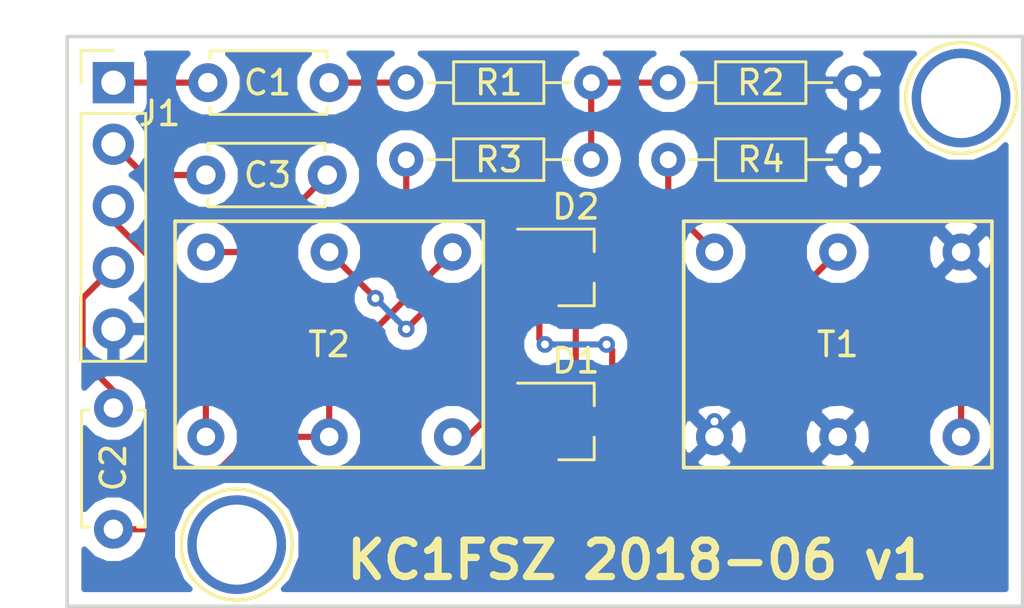
<source format=kicad_pcb>
(kicad_pcb (version 4) (host pcbnew 4.0.7)

  (general
    (links 23)
    (no_connects 0)
    (area 116.483381 85.946 158.825001 112.508)
    (thickness 1.6)
    (drawings 5)
    (tracks 55)
    (zones 0)
    (modules 14)
    (nets 15)
  )

  (page A4)
  (layers
    (0 F.Cu signal)
    (31 B.Cu signal)
    (32 B.Adhes user)
    (33 F.Adhes user)
    (34 B.Paste user)
    (35 F.Paste user)
    (36 B.SilkS user)
    (37 F.SilkS user)
    (38 B.Mask user)
    (39 F.Mask user)
    (40 Dwgs.User user)
    (41 Cmts.User user)
    (42 Eco1.User user)
    (43 Eco2.User user)
    (44 Edge.Cuts user)
    (45 Margin user)
    (46 B.CrtYd user)
    (47 F.CrtYd user)
    (48 B.Fab user)
    (49 F.Fab user)
  )

  (setup
    (last_trace_width 0.254)
    (trace_clearance 0.254)
    (zone_clearance 0.508)
    (zone_45_only no)
    (trace_min 0.254)
    (segment_width 0.2)
    (edge_width 0.15)
    (via_size 0.6858)
    (via_drill 0.3302)
    (via_min_size 0.6858)
    (via_min_drill 0.3302)
    (uvia_size 0.3)
    (uvia_drill 0.1)
    (uvias_allowed no)
    (uvia_min_size 0.2)
    (uvia_min_drill 0.1)
    (pcb_text_width 0.3)
    (pcb_text_size 1.5 1.5)
    (mod_edge_width 0.15)
    (mod_text_size 1 1)
    (mod_text_width 0.15)
    (pad_size 4.064 4.064)
    (pad_drill 3.302)
    (pad_to_mask_clearance 0.2)
    (aux_axis_origin 0 0)
    (visible_elements FFFFFF7F)
    (pcbplotparams
      (layerselection 0x00030_80000001)
      (usegerberextensions false)
      (excludeedgelayer true)
      (linewidth 0.100000)
      (plotframeref false)
      (viasonmask false)
      (mode 1)
      (useauxorigin false)
      (hpglpennumber 1)
      (hpglpenspeed 20)
      (hpglpendiameter 15)
      (hpglpenoverlay 2)
      (psnegative false)
      (psa4output false)
      (plotreference true)
      (plotvalue true)
      (plotinvisibletext false)
      (padsonsilk false)
      (subtractmaskfromsilk false)
      (outputformat 1)
      (mirror false)
      (drillshape 1)
      (scaleselection 1)
      (outputdirectory ""))
  )

  (net 0 "")
  (net 1 "Net-(C1-Pad1)")
  (net 2 CLK_IN)
  (net 3 "Net-(C2-Pad1)")
  (net 4 RF1)
  (net 5 RF0)
  (net 6 "Net-(C3-Pad2)")
  (net 7 "Net-(D1-Pad1)")
  (net 8 "Net-(D1-Pad2)")
  (net 9 "Net-(D1-Pad3)")
  (net 10 "Net-(D2-Pad1)")
  (net 11 RF0_REF)
  (net 12 "Net-(R1-Pad1)")
  (net 13 GND)
  (net 14 "Net-(R3-Pad1)")

  (net_class Default "This is the default net class."
    (clearance 0.254)
    (trace_width 0.254)
    (via_dia 0.6858)
    (via_drill 0.3302)
    (uvia_dia 0.3)
    (uvia_drill 0.1)
    (add_net CLK_IN)
    (add_net GND)
    (add_net "Net-(C1-Pad1)")
    (add_net "Net-(C2-Pad1)")
    (add_net "Net-(C3-Pad2)")
    (add_net "Net-(D1-Pad1)")
    (add_net "Net-(D1-Pad2)")
    (add_net "Net-(D1-Pad3)")
    (add_net "Net-(D2-Pad1)")
    (add_net "Net-(R1-Pad1)")
    (add_net "Net-(R3-Pad1)")
    (add_net RF0)
    (add_net RF0_REF)
    (add_net RF1)
  )

  (module kc1fsz-footprint-library:C_Disc_D4.7mm_W2.5mm_P5.00mm (layer F.Cu) (tedit 5B19BFA5) (tstamp 5B19B895)
    (at 130.175 89.535 180)
    (descr "C, Disc series, Radial, pin pitch=5.00mm, , diameter*width=4.7*2.5mm^2, Capacitor, http://www.vishay.com/docs/45233/krseries.pdf")
    (tags "C Disc series Radial pin pitch 5.00mm  diameter 4.7mm width 2.5mm Capacitor")
    (path /5B19B6E8)
    (fp_text reference C1 (at 2.54 0 180) (layer F.SilkS)
      (effects (font (size 1 1) (thickness 0.15)))
    )
    (fp_text value C (at 2.5 2.56 180) (layer F.Fab)
      (effects (font (size 1 1) (thickness 0.15)))
    )
    (fp_line (start 0.15 -1.25) (end 0.15 1.25) (layer F.Fab) (width 0.1))
    (fp_line (start 0.15 1.25) (end 4.85 1.25) (layer F.Fab) (width 0.1))
    (fp_line (start 4.85 1.25) (end 4.85 -1.25) (layer F.Fab) (width 0.1))
    (fp_line (start 4.85 -1.25) (end 0.15 -1.25) (layer F.Fab) (width 0.1))
    (fp_line (start 0.09 -1.31) (end 4.91 -1.31) (layer F.SilkS) (width 0.12))
    (fp_line (start 0.09 1.31) (end 4.91 1.31) (layer F.SilkS) (width 0.12))
    (fp_line (start 0.09 -1.31) (end 0.09 -0.996) (layer F.SilkS) (width 0.12))
    (fp_line (start 0.09 0.996) (end 0.09 1.31) (layer F.SilkS) (width 0.12))
    (fp_line (start 4.91 -1.31) (end 4.91 -0.996) (layer F.SilkS) (width 0.12))
    (fp_line (start 4.91 0.996) (end 4.91 1.31) (layer F.SilkS) (width 0.12))
    (fp_line (start -1.05 -1.6) (end -1.05 1.6) (layer F.CrtYd) (width 0.05))
    (fp_line (start -1.05 1.6) (end 6.05 1.6) (layer F.CrtYd) (width 0.05))
    (fp_line (start 6.05 1.6) (end 6.05 -1.6) (layer F.CrtYd) (width 0.05))
    (fp_line (start 6.05 -1.6) (end -1.05 -1.6) (layer F.CrtYd) (width 0.05))
    (fp_text user %R (at 2.5 0 180) (layer F.Fab)
      (effects (font (size 1 1) (thickness 0.15)))
    )
    (pad 1 thru_hole circle (at 0 0 180) (size 1.6 1.6) (drill 0.8) (layers *.Cu *.Mask)
      (net 1 "Net-(C1-Pad1)"))
    (pad 2 thru_hole circle (at 5 0 180) (size 1.6 1.6) (drill 0.8) (layers *.Cu *.Mask)
      (net 2 CLK_IN))
    (model ${KISYS3DMOD}/Capacitors_THT.3dshapes/C_Disc_D4.7mm_W2.5mm_P5.00mm.wrl
      (at (xyz 0 0 0))
      (scale (xyz 1 1 1))
      (rotate (xyz 0 0 0))
    )
  )

  (module kc1fsz-footprint-library:C_Disc_D4.7mm_W2.5mm_P5.00mm (layer F.Cu) (tedit 5B19BFBA) (tstamp 5B19B89B)
    (at 121.285 107.95 90)
    (descr "C, Disc series, Radial, pin pitch=5.00mm, , diameter*width=4.7*2.5mm^2, Capacitor, http://www.vishay.com/docs/45233/krseries.pdf")
    (tags "C Disc series Radial pin pitch 5.00mm  diameter 4.7mm width 2.5mm Capacitor")
    (path /5B19B7A5)
    (fp_text reference C2 (at 2.54 0 90) (layer F.SilkS)
      (effects (font (size 1 1) (thickness 0.15)))
    )
    (fp_text value C (at 2.5 2.56 90) (layer F.Fab)
      (effects (font (size 1 1) (thickness 0.15)))
    )
    (fp_line (start 0.15 -1.25) (end 0.15 1.25) (layer F.Fab) (width 0.1))
    (fp_line (start 0.15 1.25) (end 4.85 1.25) (layer F.Fab) (width 0.1))
    (fp_line (start 4.85 1.25) (end 4.85 -1.25) (layer F.Fab) (width 0.1))
    (fp_line (start 4.85 -1.25) (end 0.15 -1.25) (layer F.Fab) (width 0.1))
    (fp_line (start 0.09 -1.31) (end 4.91 -1.31) (layer F.SilkS) (width 0.12))
    (fp_line (start 0.09 1.31) (end 4.91 1.31) (layer F.SilkS) (width 0.12))
    (fp_line (start 0.09 -1.31) (end 0.09 -0.996) (layer F.SilkS) (width 0.12))
    (fp_line (start 0.09 0.996) (end 0.09 1.31) (layer F.SilkS) (width 0.12))
    (fp_line (start 4.91 -1.31) (end 4.91 -0.996) (layer F.SilkS) (width 0.12))
    (fp_line (start 4.91 0.996) (end 4.91 1.31) (layer F.SilkS) (width 0.12))
    (fp_line (start -1.05 -1.6) (end -1.05 1.6) (layer F.CrtYd) (width 0.05))
    (fp_line (start -1.05 1.6) (end 6.05 1.6) (layer F.CrtYd) (width 0.05))
    (fp_line (start 6.05 1.6) (end 6.05 -1.6) (layer F.CrtYd) (width 0.05))
    (fp_line (start 6.05 -1.6) (end -1.05 -1.6) (layer F.CrtYd) (width 0.05))
    (fp_text user %R (at 2.5 0 90) (layer F.Fab)
      (effects (font (size 1 1) (thickness 0.15)))
    )
    (pad 1 thru_hole circle (at 0 0 90) (size 1.6 1.6) (drill 0.8) (layers *.Cu *.Mask)
      (net 3 "Net-(C2-Pad1)"))
    (pad 2 thru_hole circle (at 5 0 90) (size 1.6 1.6) (drill 0.8) (layers *.Cu *.Mask)
      (net 4 RF1))
    (model ${KISYS3DMOD}/Capacitors_THT.3dshapes/C_Disc_D4.7mm_W2.5mm_P5.00mm.wrl
      (at (xyz 0 0 0))
      (scale (xyz 1 1 1))
      (rotate (xyz 0 0 0))
    )
  )

  (module kc1fsz-footprint-library:C_Disc_D4.7mm_W2.5mm_P5.00mm (layer F.Cu) (tedit 5B19BFAA) (tstamp 5B19B8A1)
    (at 125.095 93.345)
    (descr "C, Disc series, Radial, pin pitch=5.00mm, , diameter*width=4.7*2.5mm^2, Capacitor, http://www.vishay.com/docs/45233/krseries.pdf")
    (tags "C Disc series Radial pin pitch 5.00mm  diameter 4.7mm width 2.5mm Capacitor")
    (path /5B19B86A)
    (fp_text reference C3 (at 2.54 0) (layer F.SilkS)
      (effects (font (size 1 1) (thickness 0.15)))
    )
    (fp_text value C (at 2.5 2.56) (layer F.Fab)
      (effects (font (size 1 1) (thickness 0.15)))
    )
    (fp_line (start 0.15 -1.25) (end 0.15 1.25) (layer F.Fab) (width 0.1))
    (fp_line (start 0.15 1.25) (end 4.85 1.25) (layer F.Fab) (width 0.1))
    (fp_line (start 4.85 1.25) (end 4.85 -1.25) (layer F.Fab) (width 0.1))
    (fp_line (start 4.85 -1.25) (end 0.15 -1.25) (layer F.Fab) (width 0.1))
    (fp_line (start 0.09 -1.31) (end 4.91 -1.31) (layer F.SilkS) (width 0.12))
    (fp_line (start 0.09 1.31) (end 4.91 1.31) (layer F.SilkS) (width 0.12))
    (fp_line (start 0.09 -1.31) (end 0.09 -0.996) (layer F.SilkS) (width 0.12))
    (fp_line (start 0.09 0.996) (end 0.09 1.31) (layer F.SilkS) (width 0.12))
    (fp_line (start 4.91 -1.31) (end 4.91 -0.996) (layer F.SilkS) (width 0.12))
    (fp_line (start 4.91 0.996) (end 4.91 1.31) (layer F.SilkS) (width 0.12))
    (fp_line (start -1.05 -1.6) (end -1.05 1.6) (layer F.CrtYd) (width 0.05))
    (fp_line (start -1.05 1.6) (end 6.05 1.6) (layer F.CrtYd) (width 0.05))
    (fp_line (start 6.05 1.6) (end 6.05 -1.6) (layer F.CrtYd) (width 0.05))
    (fp_line (start 6.05 -1.6) (end -1.05 -1.6) (layer F.CrtYd) (width 0.05))
    (fp_text user %R (at 2.5 0) (layer F.Fab)
      (effects (font (size 1 1) (thickness 0.15)))
    )
    (pad 1 thru_hole circle (at 0 0) (size 1.6 1.6) (drill 0.8) (layers *.Cu *.Mask)
      (net 5 RF0))
    (pad 2 thru_hole circle (at 5 0) (size 1.6 1.6) (drill 0.8) (layers *.Cu *.Mask)
      (net 6 "Net-(C3-Pad2)"))
    (model ${KISYS3DMOD}/Capacitors_THT.3dshapes/C_Disc_D4.7mm_W2.5mm_P5.00mm.wrl
      (at (xyz 0 0 0))
      (scale (xyz 1 1 1))
      (rotate (xyz 0 0 0))
    )
  )

  (module kc1fsz-footprint-library:SOT-23_Handsoldering (layer F.Cu) (tedit 583F3954) (tstamp 5B19B8A8)
    (at 140.335 103.505)
    (descr "SOT-23, Handsoldering")
    (tags SOT-23)
    (path /5B19CB6D)
    (attr smd)
    (fp_text reference D1 (at 0 -2.5) (layer F.SilkS)
      (effects (font (size 1 1) (thickness 0.15)))
    )
    (fp_text value D_Schottky_x2_Serial_CAK (at 0 2.5) (layer F.Fab)
      (effects (font (size 1 1) (thickness 0.15)))
    )
    (fp_line (start 0.76 1.58) (end 0.76 0.65) (layer F.SilkS) (width 0.12))
    (fp_line (start 0.76 -1.58) (end 0.76 -0.65) (layer F.SilkS) (width 0.12))
    (fp_line (start 0.7 -1.52) (end 0.7 1.52) (layer F.Fab) (width 0.15))
    (fp_line (start -0.7 1.52) (end 0.7 1.52) (layer F.Fab) (width 0.15))
    (fp_line (start -2.7 -1.75) (end 2.7 -1.75) (layer F.CrtYd) (width 0.05))
    (fp_line (start 2.7 -1.75) (end 2.7 1.75) (layer F.CrtYd) (width 0.05))
    (fp_line (start 2.7 1.75) (end -2.7 1.75) (layer F.CrtYd) (width 0.05))
    (fp_line (start -2.7 1.75) (end -2.7 -1.75) (layer F.CrtYd) (width 0.05))
    (fp_line (start 0.76 -1.58) (end -2.4 -1.58) (layer F.SilkS) (width 0.12))
    (fp_line (start -0.7 -1.52) (end 0.7 -1.52) (layer F.Fab) (width 0.15))
    (fp_line (start -0.7 -1.52) (end -0.7 1.52) (layer F.Fab) (width 0.15))
    (fp_line (start 0.76 1.58) (end -0.7 1.58) (layer F.SilkS) (width 0.12))
    (pad 1 smd rect (at -1.5 -0.95) (size 1.9 0.8) (layers F.Cu F.Paste F.Mask)
      (net 7 "Net-(D1-Pad1)"))
    (pad 2 smd rect (at -1.5 0.95) (size 1.9 0.8) (layers F.Cu F.Paste F.Mask)
      (net 8 "Net-(D1-Pad2)"))
    (pad 3 smd rect (at 1.5 0) (size 1.9 0.8) (layers F.Cu F.Paste F.Mask)
      (net 9 "Net-(D1-Pad3)"))
    (model TO_SOT_Packages_SMD.3dshapes/SOT-23.wrl
      (at (xyz 0 0 0))
      (scale (xyz 1 1 1))
      (rotate (xyz 0 0 90))
    )
  )

  (module kc1fsz-footprint-library:SOT-23_Handsoldering (layer F.Cu) (tedit 583F3954) (tstamp 5B19B8AF)
    (at 140.335 97.155)
    (descr "SOT-23, Handsoldering")
    (tags SOT-23)
    (path /5B19CBEE)
    (attr smd)
    (fp_text reference D2 (at 0 -2.5) (layer F.SilkS)
      (effects (font (size 1 1) (thickness 0.15)))
    )
    (fp_text value D_Schottky_x2_Serial_CAK (at 0 2.5) (layer F.Fab)
      (effects (font (size 1 1) (thickness 0.15)))
    )
    (fp_line (start 0.76 1.58) (end 0.76 0.65) (layer F.SilkS) (width 0.12))
    (fp_line (start 0.76 -1.58) (end 0.76 -0.65) (layer F.SilkS) (width 0.12))
    (fp_line (start 0.7 -1.52) (end 0.7 1.52) (layer F.Fab) (width 0.15))
    (fp_line (start -0.7 1.52) (end 0.7 1.52) (layer F.Fab) (width 0.15))
    (fp_line (start -2.7 -1.75) (end 2.7 -1.75) (layer F.CrtYd) (width 0.05))
    (fp_line (start 2.7 -1.75) (end 2.7 1.75) (layer F.CrtYd) (width 0.05))
    (fp_line (start 2.7 1.75) (end -2.7 1.75) (layer F.CrtYd) (width 0.05))
    (fp_line (start -2.7 1.75) (end -2.7 -1.75) (layer F.CrtYd) (width 0.05))
    (fp_line (start 0.76 -1.58) (end -2.4 -1.58) (layer F.SilkS) (width 0.12))
    (fp_line (start -0.7 -1.52) (end 0.7 -1.52) (layer F.Fab) (width 0.15))
    (fp_line (start -0.7 -1.52) (end -0.7 1.52) (layer F.Fab) (width 0.15))
    (fp_line (start 0.76 1.58) (end -0.7 1.58) (layer F.SilkS) (width 0.12))
    (pad 1 smd rect (at -1.5 -0.95) (size 1.9 0.8) (layers F.Cu F.Paste F.Mask)
      (net 10 "Net-(D2-Pad1)"))
    (pad 2 smd rect (at -1.5 0.95) (size 1.9 0.8) (layers F.Cu F.Paste F.Mask)
      (net 9 "Net-(D1-Pad3)"))
    (pad 3 smd rect (at 1.5 0) (size 1.9 0.8) (layers F.Cu F.Paste F.Mask)
      (net 8 "Net-(D1-Pad2)"))
    (model TO_SOT_Packages_SMD.3dshapes/SOT-23.wrl
      (at (xyz 0 0 0))
      (scale (xyz 1 1 1))
      (rotate (xyz 0 0 90))
    )
  )

  (module kc1fsz-footprint-library:R_Axial_DIN0204_L3.6mm_D1.6mm_P7.62mm_Horizontal (layer F.Cu) (tedit 5B19BF9D) (tstamp 5B19B8BD)
    (at 140.97 89.535 180)
    (descr "Resistor, Axial_DIN0204 series, Axial, Horizontal, pin pitch=7.62mm, 0.16666666666666666W = 1/6W, length*diameter=3.6*1.6mm^2, http://cdn-reichelt.de/documents/datenblatt/B400/1_4W%23YAG.pdf")
    (tags "Resistor Axial_DIN0204 series Axial Horizontal pin pitch 7.62mm 0.16666666666666666W = 1/6W length 3.6mm diameter 1.6mm")
    (path /5B19AC72)
    (fp_text reference R1 (at 3.81 0 180) (layer F.SilkS)
      (effects (font (size 1 1) (thickness 0.15)))
    )
    (fp_text value R (at 3.81 1.86 180) (layer F.Fab)
      (effects (font (size 1 1) (thickness 0.15)))
    )
    (fp_line (start 2.01 -0.8) (end 2.01 0.8) (layer F.Fab) (width 0.1))
    (fp_line (start 2.01 0.8) (end 5.61 0.8) (layer F.Fab) (width 0.1))
    (fp_line (start 5.61 0.8) (end 5.61 -0.8) (layer F.Fab) (width 0.1))
    (fp_line (start 5.61 -0.8) (end 2.01 -0.8) (layer F.Fab) (width 0.1))
    (fp_line (start 0 0) (end 2.01 0) (layer F.Fab) (width 0.1))
    (fp_line (start 7.62 0) (end 5.61 0) (layer F.Fab) (width 0.1))
    (fp_line (start 1.95 -0.86) (end 1.95 0.86) (layer F.SilkS) (width 0.12))
    (fp_line (start 1.95 0.86) (end 5.67 0.86) (layer F.SilkS) (width 0.12))
    (fp_line (start 5.67 0.86) (end 5.67 -0.86) (layer F.SilkS) (width 0.12))
    (fp_line (start 5.67 -0.86) (end 1.95 -0.86) (layer F.SilkS) (width 0.12))
    (fp_line (start 0.88 0) (end 1.95 0) (layer F.SilkS) (width 0.12))
    (fp_line (start 6.74 0) (end 5.67 0) (layer F.SilkS) (width 0.12))
    (fp_line (start -0.95 -1.15) (end -0.95 1.15) (layer F.CrtYd) (width 0.05))
    (fp_line (start -0.95 1.15) (end 8.6 1.15) (layer F.CrtYd) (width 0.05))
    (fp_line (start 8.6 1.15) (end 8.6 -1.15) (layer F.CrtYd) (width 0.05))
    (fp_line (start 8.6 -1.15) (end -0.95 -1.15) (layer F.CrtYd) (width 0.05))
    (pad 1 thru_hole circle (at 0 0 180) (size 1.4 1.4) (drill 0.7) (layers *.Cu *.Mask)
      (net 12 "Net-(R1-Pad1)"))
    (pad 2 thru_hole oval (at 7.62 0 180) (size 1.4 1.4) (drill 0.7) (layers *.Cu *.Mask)
      (net 1 "Net-(C1-Pad1)"))
    (model ${KISYS3DMOD}/Resistors_THT.3dshapes/R_Axial_DIN0204_L3.6mm_D1.6mm_P7.62mm_Horizontal.wrl
      (at (xyz 0 0 0))
      (scale (xyz 0.393701 0.393701 0.393701))
      (rotate (xyz 0 0 0))
    )
  )

  (module kc1fsz-footprint-library:R_Axial_DIN0204_L3.6mm_D1.6mm_P7.62mm_Horizontal (layer F.Cu) (tedit 5B19BF92) (tstamp 5B19B8C3)
    (at 144.145 89.535)
    (descr "Resistor, Axial_DIN0204 series, Axial, Horizontal, pin pitch=7.62mm, 0.16666666666666666W = 1/6W, length*diameter=3.6*1.6mm^2, http://cdn-reichelt.de/documents/datenblatt/B400/1_4W%23YAG.pdf")
    (tags "Resistor Axial_DIN0204 series Axial Horizontal pin pitch 7.62mm 0.16666666666666666W = 1/6W length 3.6mm diameter 1.6mm")
    (path /5B19ACD3)
    (fp_text reference R2 (at 3.81 0) (layer F.SilkS)
      (effects (font (size 1 1) (thickness 0.15)))
    )
    (fp_text value R (at 3.81 1.86) (layer F.Fab)
      (effects (font (size 1 1) (thickness 0.15)))
    )
    (fp_line (start 2.01 -0.8) (end 2.01 0.8) (layer F.Fab) (width 0.1))
    (fp_line (start 2.01 0.8) (end 5.61 0.8) (layer F.Fab) (width 0.1))
    (fp_line (start 5.61 0.8) (end 5.61 -0.8) (layer F.Fab) (width 0.1))
    (fp_line (start 5.61 -0.8) (end 2.01 -0.8) (layer F.Fab) (width 0.1))
    (fp_line (start 0 0) (end 2.01 0) (layer F.Fab) (width 0.1))
    (fp_line (start 7.62 0) (end 5.61 0) (layer F.Fab) (width 0.1))
    (fp_line (start 1.95 -0.86) (end 1.95 0.86) (layer F.SilkS) (width 0.12))
    (fp_line (start 1.95 0.86) (end 5.67 0.86) (layer F.SilkS) (width 0.12))
    (fp_line (start 5.67 0.86) (end 5.67 -0.86) (layer F.SilkS) (width 0.12))
    (fp_line (start 5.67 -0.86) (end 1.95 -0.86) (layer F.SilkS) (width 0.12))
    (fp_line (start 0.88 0) (end 1.95 0) (layer F.SilkS) (width 0.12))
    (fp_line (start 6.74 0) (end 5.67 0) (layer F.SilkS) (width 0.12))
    (fp_line (start -0.95 -1.15) (end -0.95 1.15) (layer F.CrtYd) (width 0.05))
    (fp_line (start -0.95 1.15) (end 8.6 1.15) (layer F.CrtYd) (width 0.05))
    (fp_line (start 8.6 1.15) (end 8.6 -1.15) (layer F.CrtYd) (width 0.05))
    (fp_line (start 8.6 -1.15) (end -0.95 -1.15) (layer F.CrtYd) (width 0.05))
    (pad 1 thru_hole circle (at 0 0) (size 1.4 1.4) (drill 0.7) (layers *.Cu *.Mask)
      (net 12 "Net-(R1-Pad1)"))
    (pad 2 thru_hole oval (at 7.62 0) (size 1.4 1.4) (drill 0.7) (layers *.Cu *.Mask)
      (net 13 GND))
    (model ${KISYS3DMOD}/Resistors_THT.3dshapes/R_Axial_DIN0204_L3.6mm_D1.6mm_P7.62mm_Horizontal.wrl
      (at (xyz 0 0 0))
      (scale (xyz 0.393701 0.393701 0.393701))
      (rotate (xyz 0 0 0))
    )
  )

  (module kc1fsz-footprint-library:R_Axial_DIN0204_L3.6mm_D1.6mm_P7.62mm_Horizontal (layer F.Cu) (tedit 5B19BF9F) (tstamp 5B19B8C9)
    (at 133.35 92.71)
    (descr "Resistor, Axial_DIN0204 series, Axial, Horizontal, pin pitch=7.62mm, 0.16666666666666666W = 1/6W, length*diameter=3.6*1.6mm^2, http://cdn-reichelt.de/documents/datenblatt/B400/1_4W%23YAG.pdf")
    (tags "Resistor Axial_DIN0204 series Axial Horizontal pin pitch 7.62mm 0.16666666666666666W = 1/6W length 3.6mm diameter 1.6mm")
    (path /5B19AD9B)
    (fp_text reference R3 (at 3.81 0) (layer F.SilkS)
      (effects (font (size 1 1) (thickness 0.15)))
    )
    (fp_text value R (at 3.81 1.86) (layer F.Fab)
      (effects (font (size 1 1) (thickness 0.15)))
    )
    (fp_line (start 2.01 -0.8) (end 2.01 0.8) (layer F.Fab) (width 0.1))
    (fp_line (start 2.01 0.8) (end 5.61 0.8) (layer F.Fab) (width 0.1))
    (fp_line (start 5.61 0.8) (end 5.61 -0.8) (layer F.Fab) (width 0.1))
    (fp_line (start 5.61 -0.8) (end 2.01 -0.8) (layer F.Fab) (width 0.1))
    (fp_line (start 0 0) (end 2.01 0) (layer F.Fab) (width 0.1))
    (fp_line (start 7.62 0) (end 5.61 0) (layer F.Fab) (width 0.1))
    (fp_line (start 1.95 -0.86) (end 1.95 0.86) (layer F.SilkS) (width 0.12))
    (fp_line (start 1.95 0.86) (end 5.67 0.86) (layer F.SilkS) (width 0.12))
    (fp_line (start 5.67 0.86) (end 5.67 -0.86) (layer F.SilkS) (width 0.12))
    (fp_line (start 5.67 -0.86) (end 1.95 -0.86) (layer F.SilkS) (width 0.12))
    (fp_line (start 0.88 0) (end 1.95 0) (layer F.SilkS) (width 0.12))
    (fp_line (start 6.74 0) (end 5.67 0) (layer F.SilkS) (width 0.12))
    (fp_line (start -0.95 -1.15) (end -0.95 1.15) (layer F.CrtYd) (width 0.05))
    (fp_line (start -0.95 1.15) (end 8.6 1.15) (layer F.CrtYd) (width 0.05))
    (fp_line (start 8.6 1.15) (end 8.6 -1.15) (layer F.CrtYd) (width 0.05))
    (fp_line (start 8.6 -1.15) (end -0.95 -1.15) (layer F.CrtYd) (width 0.05))
    (pad 1 thru_hole circle (at 0 0) (size 1.4 1.4) (drill 0.7) (layers *.Cu *.Mask)
      (net 14 "Net-(R3-Pad1)"))
    (pad 2 thru_hole oval (at 7.62 0) (size 1.4 1.4) (drill 0.7) (layers *.Cu *.Mask)
      (net 12 "Net-(R1-Pad1)"))
    (model ${KISYS3DMOD}/Resistors_THT.3dshapes/R_Axial_DIN0204_L3.6mm_D1.6mm_P7.62mm_Horizontal.wrl
      (at (xyz 0 0 0))
      (scale (xyz 0.393701 0.393701 0.393701))
      (rotate (xyz 0 0 0))
    )
  )

  (module kc1fsz-footprint-library:R_Axial_DIN0204_L3.6mm_D1.6mm_P7.62mm_Horizontal (layer F.Cu) (tedit 5B19BF94) (tstamp 5B19B8CF)
    (at 144.145 92.71)
    (descr "Resistor, Axial_DIN0204 series, Axial, Horizontal, pin pitch=7.62mm, 0.16666666666666666W = 1/6W, length*diameter=3.6*1.6mm^2, http://cdn-reichelt.de/documents/datenblatt/B400/1_4W%23YAG.pdf")
    (tags "Resistor Axial_DIN0204 series Axial Horizontal pin pitch 7.62mm 0.16666666666666666W = 1/6W length 3.6mm diameter 1.6mm")
    (path /5B19AD4E)
    (fp_text reference R4 (at 3.81 0) (layer F.SilkS)
      (effects (font (size 1 1) (thickness 0.15)))
    )
    (fp_text value R (at 3.81 1.86) (layer F.Fab)
      (effects (font (size 1 1) (thickness 0.15)))
    )
    (fp_line (start 2.01 -0.8) (end 2.01 0.8) (layer F.Fab) (width 0.1))
    (fp_line (start 2.01 0.8) (end 5.61 0.8) (layer F.Fab) (width 0.1))
    (fp_line (start 5.61 0.8) (end 5.61 -0.8) (layer F.Fab) (width 0.1))
    (fp_line (start 5.61 -0.8) (end 2.01 -0.8) (layer F.Fab) (width 0.1))
    (fp_line (start 0 0) (end 2.01 0) (layer F.Fab) (width 0.1))
    (fp_line (start 7.62 0) (end 5.61 0) (layer F.Fab) (width 0.1))
    (fp_line (start 1.95 -0.86) (end 1.95 0.86) (layer F.SilkS) (width 0.12))
    (fp_line (start 1.95 0.86) (end 5.67 0.86) (layer F.SilkS) (width 0.12))
    (fp_line (start 5.67 0.86) (end 5.67 -0.86) (layer F.SilkS) (width 0.12))
    (fp_line (start 5.67 -0.86) (end 1.95 -0.86) (layer F.SilkS) (width 0.12))
    (fp_line (start 0.88 0) (end 1.95 0) (layer F.SilkS) (width 0.12))
    (fp_line (start 6.74 0) (end 5.67 0) (layer F.SilkS) (width 0.12))
    (fp_line (start -0.95 -1.15) (end -0.95 1.15) (layer F.CrtYd) (width 0.05))
    (fp_line (start -0.95 1.15) (end 8.6 1.15) (layer F.CrtYd) (width 0.05))
    (fp_line (start 8.6 1.15) (end 8.6 -1.15) (layer F.CrtYd) (width 0.05))
    (fp_line (start 8.6 -1.15) (end -0.95 -1.15) (layer F.CrtYd) (width 0.05))
    (pad 1 thru_hole circle (at 0 0) (size 1.4 1.4) (drill 0.7) (layers *.Cu *.Mask)
      (net 14 "Net-(R3-Pad1)"))
    (pad 2 thru_hole oval (at 7.62 0) (size 1.4 1.4) (drill 0.7) (layers *.Cu *.Mask)
      (net 13 GND))
    (model ${KISYS3DMOD}/Resistors_THT.3dshapes/R_Axial_DIN0204_L3.6mm_D1.6mm_P7.62mm_Horizontal.wrl
      (at (xyz 0 0 0))
      (scale (xyz 0.393701 0.393701 0.393701))
      (rotate (xyz 0 0 0))
    )
  )

  (module kc1fsz-footprint-library:TrifilarTransformer_T37_Vertical (layer F.Cu) (tedit 5B08857B) (tstamp 5B19B8D9)
    (at 151.13 96.52)
    (path /5B19AA27)
    (fp_text reference T1 (at 0 3.81) (layer F.SilkS)
      (effects (font (size 1 1) (thickness 0.15)))
    )
    (fp_text value Transformer_1P_2S (at 0 10.16) (layer F.Fab)
      (effects (font (size 1 1) (thickness 0.15)))
    )
    (fp_line (start -6.35 -1.27) (end -6.35 8.89) (layer F.SilkS) (width 0.15))
    (fp_line (start -6.35 8.89) (end 6.35 8.89) (layer F.SilkS) (width 0.15))
    (fp_line (start 6.35 8.89) (end 6.35 -1.27) (layer F.SilkS) (width 0.15))
    (fp_line (start 6.35 -1.27) (end -6.35 -1.27) (layer F.SilkS) (width 0.15))
    (pad 1 thru_hole circle (at -5.08 0) (size 1.524 1.524) (drill 0.762) (layers *.Cu *.Mask)
      (net 14 "Net-(R3-Pad1)"))
    (pad 3 thru_hole circle (at 0 0) (size 1.524 1.524) (drill 0.762) (layers *.Cu *.Mask)
      (net 8 "Net-(D1-Pad2)"))
    (pad 5 thru_hole circle (at 5.08 0) (size 1.524 1.524) (drill 0.762) (layers *.Cu *.Mask)
      (net 13 GND))
    (pad 2 thru_hole circle (at -5.08 7.62) (size 1.524 1.524) (drill 0.762) (layers *.Cu *.Mask)
      (net 13 GND))
    (pad 4 thru_hole circle (at 0 7.62) (size 1.524 1.524) (drill 0.762) (layers *.Cu *.Mask)
      (net 13 GND))
    (pad 6 thru_hole circle (at 5.08 7.62) (size 1.524 1.524) (drill 0.762) (layers *.Cu *.Mask)
      (net 9 "Net-(D1-Pad3)"))
  )

  (module kc1fsz-footprint-library:TrifilarTransformer_T37_Vertical (layer F.Cu) (tedit 5B08857B) (tstamp 5B19B8E3)
    (at 130.175 96.52)
    (path /5B19AA5B)
    (fp_text reference T2 (at 0 3.81) (layer F.SilkS)
      (effects (font (size 1 1) (thickness 0.15)))
    )
    (fp_text value Transformer_1P_2S (at 0 10.16) (layer F.Fab)
      (effects (font (size 1 1) (thickness 0.15)))
    )
    (fp_line (start -6.35 -1.27) (end -6.35 8.89) (layer F.SilkS) (width 0.15))
    (fp_line (start -6.35 8.89) (end 6.35 8.89) (layer F.SilkS) (width 0.15))
    (fp_line (start 6.35 8.89) (end 6.35 -1.27) (layer F.SilkS) (width 0.15))
    (fp_line (start 6.35 -1.27) (end -6.35 -1.27) (layer F.SilkS) (width 0.15))
    (pad 1 thru_hole circle (at -5.08 0) (size 1.524 1.524) (drill 0.762) (layers *.Cu *.Mask)
      (net 6 "Net-(C3-Pad2)"))
    (pad 3 thru_hole circle (at 0 0) (size 1.524 1.524) (drill 0.762) (layers *.Cu *.Mask)
      (net 10 "Net-(D2-Pad1)"))
    (pad 5 thru_hole circle (at 5.08 0) (size 1.524 1.524) (drill 0.762) (layers *.Cu *.Mask)
      (net 3 "Net-(C2-Pad1)"))
    (pad 2 thru_hole circle (at -5.08 7.62) (size 1.524 1.524) (drill 0.762) (layers *.Cu *.Mask)
      (net 11 RF0_REF))
    (pad 4 thru_hole circle (at 0 7.62) (size 1.524 1.524) (drill 0.762) (layers *.Cu *.Mask)
      (net 3 "Net-(C2-Pad1)"))
    (pad 6 thru_hole circle (at 5.08 7.62) (size 1.524 1.524) (drill 0.762) (layers *.Cu *.Mask)
      (net 7 "Net-(D1-Pad1)"))
  )

  (module Pin_Headers:Pin_Header_Straight_1x05_Pitch2.54mm (layer F.Cu) (tedit 5B19BFC7) (tstamp 5B19BDE0)
    (at 121.285 89.535)
    (descr "Through hole straight pin header, 1x05, 2.54mm pitch, single row")
    (tags "Through hole pin header THT 1x05 2.54mm single row")
    (path /5B19CF79)
    (fp_text reference J1 (at 1.905 1.27) (layer F.SilkS)
      (effects (font (size 1 1) (thickness 0.15)))
    )
    (fp_text value Conn_01x05 (at 0 12.49) (layer F.Fab)
      (effects (font (size 1 1) (thickness 0.15)))
    )
    (fp_line (start -0.635 -1.27) (end 1.27 -1.27) (layer F.Fab) (width 0.1))
    (fp_line (start 1.27 -1.27) (end 1.27 11.43) (layer F.Fab) (width 0.1))
    (fp_line (start 1.27 11.43) (end -1.27 11.43) (layer F.Fab) (width 0.1))
    (fp_line (start -1.27 11.43) (end -1.27 -0.635) (layer F.Fab) (width 0.1))
    (fp_line (start -1.27 -0.635) (end -0.635 -1.27) (layer F.Fab) (width 0.1))
    (fp_line (start -1.33 11.49) (end 1.33 11.49) (layer F.SilkS) (width 0.12))
    (fp_line (start -1.33 1.27) (end -1.33 11.49) (layer F.SilkS) (width 0.12))
    (fp_line (start 1.33 1.27) (end 1.33 11.49) (layer F.SilkS) (width 0.12))
    (fp_line (start -1.33 1.27) (end 1.33 1.27) (layer F.SilkS) (width 0.12))
    (fp_line (start -1.33 0) (end -1.33 -1.33) (layer F.SilkS) (width 0.12))
    (fp_line (start -1.33 -1.33) (end 0 -1.33) (layer F.SilkS) (width 0.12))
    (fp_line (start -1.8 -1.8) (end -1.8 11.95) (layer F.CrtYd) (width 0.05))
    (fp_line (start -1.8 11.95) (end 1.8 11.95) (layer F.CrtYd) (width 0.05))
    (fp_line (start 1.8 11.95) (end 1.8 -1.8) (layer F.CrtYd) (width 0.05))
    (fp_line (start 1.8 -1.8) (end -1.8 -1.8) (layer F.CrtYd) (width 0.05))
    (fp_text user %R (at 0 5.08 90) (layer F.Fab)
      (effects (font (size 1 1) (thickness 0.15)))
    )
    (pad 1 thru_hole rect (at 0 0) (size 1.7 1.7) (drill 1) (layers *.Cu *.Mask)
      (net 2 CLK_IN))
    (pad 2 thru_hole oval (at 0 2.54) (size 1.7 1.7) (drill 1) (layers *.Cu *.Mask)
      (net 5 RF0))
    (pad 3 thru_hole oval (at 0 5.08) (size 1.7 1.7) (drill 1) (layers *.Cu *.Mask)
      (net 11 RF0_REF))
    (pad 4 thru_hole oval (at 0 7.62) (size 1.7 1.7) (drill 1) (layers *.Cu *.Mask)
      (net 4 RF1))
    (pad 5 thru_hole oval (at 0 10.16) (size 1.7 1.7) (drill 1) (layers *.Cu *.Mask)
      (net 13 GND))
    (model ${KISYS3DMOD}/Pin_Headers.3dshapes/Pin_Header_Straight_1x05_Pitch2.54mm.wrl
      (at (xyz 0 0 0))
      (scale (xyz 1 1 1))
      (rotate (xyz 0 0 0))
    )
  )

  (module Connectors:1pin (layer F.Cu) (tedit 5B19C04F) (tstamp 5B19BDFD)
    (at 156.21 90.17)
    (descr "module 1 pin (ou trou mecanique de percage)")
    (tags DEV)
    (fp_text reference REF** (at 0 -3.048) (layer F.SilkS) hide
      (effects (font (size 1 1) (thickness 0.15)))
    )
    (fp_text value 1pin (at 0 2.794) (layer F.Fab) hide
      (effects (font (size 1 1) (thickness 0.15)))
    )
    (fp_circle (center 0 0) (end 0 -2.286) (layer F.SilkS) (width 0.15))
    (pad 1 thru_hole circle (at 0 0) (size 4.064 4.064) (drill 3.302) (layers *.Cu *.Mask))
  )

  (module Connectors:1pin (layer F.Cu) (tedit 5B19C049) (tstamp 5B19BE06)
    (at 126.365 108.585)
    (descr "module 1 pin (ou trou mecanique de percage)")
    (tags DEV)
    (fp_text reference REF** (at 0 -3.048) (layer F.SilkS) hide
      (effects (font (size 1 1) (thickness 0.15)))
    )
    (fp_text value 1pin (at 0 2.794) (layer F.Fab) hide
      (effects (font (size 1 1) (thickness 0.15)))
    )
    (fp_circle (center 0 0) (end 0 -2.286) (layer F.SilkS) (width 0.15))
    (pad 1 thru_hole circle (at 0 0) (size 4.064 4.064) (drill 3.302) (layers *.Cu *.Mask))
  )

  (gr_text "KC1FSZ 2018-06 v1" (at 142.875 109.22) (layer F.SilkS)
    (effects (font (size 1.5 1.5) (thickness 0.3)))
  )
  (gr_line (start 158.75 87.63) (end 119.38 87.63) (angle 90) (layer Edge.Cuts) (width 0.15))
  (gr_line (start 158.75 111.125) (end 158.75 87.63) (angle 90) (layer Edge.Cuts) (width 0.15))
  (gr_line (start 119.38 111.125) (end 158.75 111.125) (angle 90) (layer Edge.Cuts) (width 0.15))
  (gr_line (start 119.38 87.63) (end 119.38 111.125) (angle 90) (layer Edge.Cuts) (width 0.15))

  (segment (start 130.175 89.535) (end 133.35 89.535) (width 0.254) (layer F.Cu) (net 1) (status 30))
  (segment (start 121.285 89.535) (end 125.175 89.535) (width 0.254) (layer F.Cu) (net 2) (status 30))
  (segment (start 121.285 107.95) (end 123.19 107.95) (width 0.254) (layer F.Cu) (net 3))
  (segment (start 127 104.14) (end 130.175 104.14) (width 0.254) (layer F.Cu) (net 3) (tstamp 5B19BEDA))
  (segment (start 123.19 107.95) (end 127 104.14) (width 0.254) (layer F.Cu) (net 3) (tstamp 5B19BED7))
  (segment (start 130.175 104.14) (end 130.175 101.6) (width 0.254) (layer F.Cu) (net 3))
  (segment (start 130.175 101.6) (end 135.255 96.52) (width 0.254) (layer F.Cu) (net 3) (tstamp 5B19BED0))
  (segment (start 121.285 102.95) (end 121.285 102.235) (width 0.254) (layer F.Cu) (net 4))
  (segment (start 121.285 102.235) (end 120.015 100.965) (width 0.254) (layer F.Cu) (net 4) (tstamp 5B19BEDE))
  (segment (start 120.015 100.965) (end 120.015 98.425) (width 0.254) (layer F.Cu) (net 4) (tstamp 5B19BEE3))
  (segment (start 120.015 98.425) (end 121.285 97.155) (width 0.254) (layer F.Cu) (net 4) (tstamp 5B19BEE7))
  (segment (start 125.095 93.345) (end 122.555 93.345) (width 0.254) (layer F.Cu) (net 5) (status 10))
  (segment (start 122.555 93.345) (end 121.285 92.075) (width 0.254) (layer F.Cu) (net 5) (tstamp 5B19BB0C) (status 20))
  (segment (start 125.095 96.52) (end 126.92 96.52) (width 0.254) (layer F.Cu) (net 6))
  (segment (start 126.92 96.52) (end 130.095 93.345) (width 0.254) (layer F.Cu) (net 6) (tstamp 5B19BEF3))
  (segment (start 135.255 104.14) (end 135.89 104.14) (width 0.254) (layer F.Cu) (net 7))
  (segment (start 135.89 104.14) (end 137.475 102.555) (width 0.254) (layer F.Cu) (net 7) (tstamp 5B19BEAE))
  (segment (start 137.475 102.555) (end 138.835 102.555) (width 0.254) (layer F.Cu) (net 7) (tstamp 5B19BEB1))
  (segment (start 138.835 104.455) (end 139.385 104.455) (width 0.254) (layer F.Cu) (net 8))
  (segment (start 139.385 104.455) (end 140.335 103.505) (width 0.254) (layer F.Cu) (net 8) (tstamp 5B19BEB5))
  (segment (start 140.335 103.505) (end 140.335 98.655) (width 0.254) (layer F.Cu) (net 8) (tstamp 5B19BEB8))
  (segment (start 140.335 98.655) (end 141.835 97.155) (width 0.254) (layer F.Cu) (net 8) (tstamp 5B19BEBB))
  (segment (start 141.835 97.155) (end 143.51 97.155) (width 0.254) (layer F.Cu) (net 8) (tstamp 5B19BEBE))
  (segment (start 143.51 97.155) (end 145.415 99.06) (width 0.254) (layer F.Cu) (net 8) (tstamp 5B19BEC0))
  (segment (start 145.415 99.06) (end 148.59 99.06) (width 0.254) (layer F.Cu) (net 8) (tstamp 5B19BEC3))
  (segment (start 148.59 99.06) (end 151.13 96.52) (width 0.254) (layer F.Cu) (net 8) (tstamp 5B19BEC5))
  (segment (start 138.835 98.105) (end 138.835 100.1) (width 0.254) (layer F.Cu) (net 9))
  (segment (start 141.835 100.56) (end 141.835 103.505) (width 0.254) (layer F.Cu) (net 9) (tstamp 5B19BF18))
  (segment (start 141.605 100.33) (end 141.835 100.56) (width 0.254) (layer F.Cu) (net 9) (tstamp 5B19BF17))
  (via (at 141.605 100.33) (size 0.6858) (drill 0.3302) (layers F.Cu B.Cu) (net 9))
  (segment (start 139.065 100.33) (end 141.605 100.33) (width 0.254) (layer B.Cu) (net 9) (tstamp 5B19BF14))
  (via (at 139.065 100.33) (size 0.6858) (drill 0.3302) (layers F.Cu B.Cu) (net 9))
  (segment (start 138.835 100.1) (end 139.065 100.33) (width 0.254) (layer F.Cu) (net 9) (tstamp 5B19BF0D))
  (segment (start 156.21 104.14) (end 156.21 102.235) (width 0.254) (layer F.Cu) (net 9))
  (segment (start 143.74 101.6) (end 141.835 103.505) (width 0.254) (layer F.Cu) (net 9) (tstamp 5B19BF05))
  (segment (start 155.575 101.6) (end 143.74 101.6) (width 0.254) (layer F.Cu) (net 9) (tstamp 5B19BF03))
  (segment (start 156.21 102.235) (end 155.575 101.6) (width 0.254) (layer F.Cu) (net 9) (tstamp 5B19BF02))
  (segment (start 139.065 98.425) (end 139.065 97.88) (width 0.254) (layer F.Cu) (net 9) (tstamp 5B19BBAA) (status 30))
  (segment (start 130.175 96.52) (end 132.08 98.425) (width 0.254) (layer F.Cu) (net 10))
  (segment (start 135.98 99.06) (end 138.835 96.205) (width 0.254) (layer F.Cu) (net 10) (tstamp 5B19BF26))
  (segment (start 133.985 99.06) (end 135.98 99.06) (width 0.254) (layer F.Cu) (net 10) (tstamp 5B19BF25))
  (segment (start 133.35 99.695) (end 133.985 99.06) (width 0.254) (layer F.Cu) (net 10) (tstamp 5B19BF24))
  (via (at 133.35 99.695) (size 0.6858) (drill 0.3302) (layers F.Cu B.Cu) (net 10))
  (segment (start 132.08 98.425) (end 133.35 99.695) (width 0.254) (layer B.Cu) (net 10) (tstamp 5B19BF21))
  (via (at 132.08 98.425) (size 0.6858) (drill 0.3302) (layers F.Cu B.Cu) (net 10))
  (segment (start 125.095 104.14) (end 125.095 99.06) (width 0.254) (layer F.Cu) (net 11))
  (segment (start 125.095 99.06) (end 121.285 95.25) (width 0.254) (layer F.Cu) (net 11) (tstamp 5B19BEEC))
  (segment (start 121.285 95.25) (end 121.285 94.615) (width 0.254) (layer F.Cu) (net 11) (tstamp 5B19BEED))
  (segment (start 140.97 89.535) (end 144.145 89.535) (width 0.254) (layer F.Cu) (net 12) (status 30))
  (segment (start 140.97 92.71) (end 140.97 89.535) (width 0.254) (layer F.Cu) (net 12) (status 30))
  (via (at 146.05 103.505) (size 0.6858) (drill 0.3302) (layers F.Cu B.Cu) (net 13) (status 30))
  (segment (start 144.145 92.71) (end 144.145 94.615) (width 0.254) (layer F.Cu) (net 14))
  (segment (start 144.145 94.615) (end 146.05 96.52) (width 0.254) (layer F.Cu) (net 14) (tstamp 5B19BECB))
  (segment (start 133.35 92.71) (end 133.35 94.615) (width 0.254) (layer F.Cu) (net 14) (status 10))
  (segment (start 133.35 94.615) (end 144.145 94.615) (width 0.254) (layer F.Cu) (net 14) (tstamp 5B19BA8D))

  (zone (net 13) (net_name GND) (layer B.Cu) (tstamp 5B19BE5C) (hatch edge 0.508)
    (connect_pads (clearance 0.508))
    (min_thickness 0.254)
    (fill yes (arc_segments 16) (thermal_gap 0.508) (thermal_bridge_width 0.508))
    (polygon
      (pts
        (xy 158.75 111.125) (xy 119.38 111.125) (xy 119.38 87.63) (xy 158.75 87.63)
      )
    )
    (filled_polygon
      (pts
        (xy 123.959176 88.721077) (xy 123.74025 89.248309) (xy 123.739752 89.819187) (xy 123.957757 90.3468) (xy 124.361077 90.750824)
        (xy 124.888309 90.96975) (xy 125.459187 90.970248) (xy 125.9868 90.752243) (xy 126.390824 90.348923) (xy 126.60975 89.821691)
        (xy 126.610248 89.250813) (xy 126.392243 88.7232) (xy 126.009711 88.34) (xy 129.340918 88.34) (xy 128.959176 88.721077)
        (xy 128.74025 89.248309) (xy 128.739752 89.819187) (xy 128.957757 90.3468) (xy 129.361077 90.750824) (xy 129.888309 90.96975)
        (xy 130.459187 90.970248) (xy 130.9868 90.752243) (xy 131.390824 90.348923) (xy 131.60975 89.821691) (xy 131.610248 89.250813)
        (xy 131.392243 88.7232) (xy 131.009711 88.34) (xy 132.755526 88.34) (xy 132.379858 88.591012) (xy 132.090467 89.024118)
        (xy 131.988846 89.535) (xy 132.090467 90.045882) (xy 132.379858 90.478988) (xy 132.812964 90.768379) (xy 133.323846 90.87)
        (xy 133.376154 90.87) (xy 133.887036 90.768379) (xy 134.320142 90.478988) (xy 134.609533 90.045882) (xy 134.711154 89.535)
        (xy 134.609533 89.024118) (xy 134.320142 88.591012) (xy 133.944474 88.34) (xy 140.366231 88.34) (xy 140.214771 88.402582)
        (xy 139.838902 88.777796) (xy 139.635232 89.268287) (xy 139.634769 89.799383) (xy 139.837582 90.290229) (xy 140.212796 90.666098)
        (xy 140.703287 90.869768) (xy 141.234383 90.870231) (xy 141.725229 90.667418) (xy 142.101098 90.292204) (xy 142.304768 89.801713)
        (xy 142.305231 89.270617) (xy 142.102418 88.779771) (xy 141.727204 88.403902) (xy 141.573311 88.34) (xy 143.541231 88.34)
        (xy 143.389771 88.402582) (xy 143.013902 88.777796) (xy 142.810232 89.268287) (xy 142.809769 89.799383) (xy 143.012582 90.290229)
        (xy 143.387796 90.666098) (xy 143.878287 90.869768) (xy 144.409383 90.870231) (xy 144.900229 90.667418) (xy 145.276098 90.292204)
        (xy 145.452106 89.868329) (xy 150.472284 89.868329) (xy 150.615203 90.213396) (xy 150.962337 90.601764) (xy 151.431669 90.827727)
        (xy 151.638 90.705206) (xy 151.638 89.662) (xy 151.892 89.662) (xy 151.892 90.705206) (xy 152.098331 90.827727)
        (xy 152.567663 90.601764) (xy 152.914797 90.213396) (xy 153.057716 89.868329) (xy 152.934374 89.662) (xy 151.892 89.662)
        (xy 151.638 89.662) (xy 150.595626 89.662) (xy 150.472284 89.868329) (xy 145.452106 89.868329) (xy 145.479768 89.801713)
        (xy 145.480231 89.270617) (xy 145.277418 88.779771) (xy 144.902204 88.403902) (xy 144.748311 88.34) (xy 151.228687 88.34)
        (xy 150.962337 88.468236) (xy 150.615203 88.856604) (xy 150.472284 89.201671) (xy 150.595626 89.408) (xy 151.638 89.408)
        (xy 151.638 89.388) (xy 151.892 89.388) (xy 151.892 89.408) (xy 152.934374 89.408) (xy 153.057716 89.201671)
        (xy 152.914797 88.856604) (xy 152.567663 88.468236) (xy 152.301313 88.34) (xy 154.268193 88.34) (xy 153.950345 88.657293)
        (xy 153.543464 89.637173) (xy 153.542538 90.698172) (xy 153.947709 91.678761) (xy 154.697293 92.429655) (xy 155.677173 92.836536)
        (xy 156.738172 92.837462) (xy 157.718761 92.432291) (xy 158.04 92.111612) (xy 158.04 110.415) (xy 128.306807 110.415)
        (xy 128.624655 110.097707) (xy 129.031536 109.117827) (xy 129.032462 108.056828) (xy 128.627291 107.076239) (xy 127.877707 106.325345)
        (xy 126.897827 105.918464) (xy 125.836828 105.917538) (xy 124.856239 106.322709) (xy 124.105345 107.072293) (xy 123.698464 108.052173)
        (xy 123.697538 109.113172) (xy 124.102709 110.093761) (xy 124.423388 110.415) (xy 120.09 110.415) (xy 120.09 108.784082)
        (xy 120.471077 109.165824) (xy 120.998309 109.38475) (xy 121.569187 109.385248) (xy 122.0968 109.167243) (xy 122.500824 108.763923)
        (xy 122.71975 108.236691) (xy 122.720248 107.665813) (xy 122.502243 107.1382) (xy 122.098923 106.734176) (xy 121.571691 106.51525)
        (xy 121.000813 106.514752) (xy 120.4732 106.732757) (xy 120.09 107.115289) (xy 120.09 104.416661) (xy 123.697758 104.416661)
        (xy 123.90999 104.930303) (xy 124.30263 105.323629) (xy 124.8159 105.536757) (xy 125.371661 105.537242) (xy 125.885303 105.32501)
        (xy 126.278629 104.93237) (xy 126.491757 104.4191) (xy 126.491759 104.416661) (xy 128.777758 104.416661) (xy 128.98999 104.930303)
        (xy 129.38263 105.323629) (xy 129.8959 105.536757) (xy 130.451661 105.537242) (xy 130.965303 105.32501) (xy 131.358629 104.93237)
        (xy 131.571757 104.4191) (xy 131.571759 104.416661) (xy 133.857758 104.416661) (xy 134.06999 104.930303) (xy 134.46263 105.323629)
        (xy 134.9759 105.536757) (xy 135.531661 105.537242) (xy 136.045303 105.32501) (xy 136.250457 105.120213) (xy 145.249392 105.120213)
        (xy 145.318857 105.362397) (xy 145.842302 105.549144) (xy 146.397368 105.521362) (xy 146.781143 105.362397) (xy 146.850608 105.120213)
        (xy 150.329392 105.120213) (xy 150.398857 105.362397) (xy 150.922302 105.549144) (xy 151.477368 105.521362) (xy 151.861143 105.362397)
        (xy 151.930608 105.120213) (xy 151.13 104.319605) (xy 150.329392 105.120213) (xy 146.850608 105.120213) (xy 146.05 104.319605)
        (xy 145.249392 105.120213) (xy 136.250457 105.120213) (xy 136.438629 104.93237) (xy 136.651757 104.4191) (xy 136.652181 103.932302)
        (xy 144.640856 103.932302) (xy 144.668638 104.487368) (xy 144.827603 104.871143) (xy 145.069787 104.940608) (xy 145.870395 104.14)
        (xy 146.229605 104.14) (xy 147.030213 104.940608) (xy 147.272397 104.871143) (xy 147.459144 104.347698) (xy 147.438353 103.932302)
        (xy 149.720856 103.932302) (xy 149.748638 104.487368) (xy 149.907603 104.871143) (xy 150.149787 104.940608) (xy 150.950395 104.14)
        (xy 151.309605 104.14) (xy 152.110213 104.940608) (xy 152.352397 104.871143) (xy 152.51454 104.416661) (xy 154.812758 104.416661)
        (xy 155.02499 104.930303) (xy 155.41763 105.323629) (xy 155.9309 105.536757) (xy 156.486661 105.537242) (xy 157.000303 105.32501)
        (xy 157.393629 104.93237) (xy 157.606757 104.4191) (xy 157.607242 103.863339) (xy 157.39501 103.349697) (xy 157.00237 102.956371)
        (xy 156.4891 102.743243) (xy 155.933339 102.742758) (xy 155.419697 102.95499) (xy 155.026371 103.34763) (xy 154.813243 103.8609)
        (xy 154.812758 104.416661) (xy 152.51454 104.416661) (xy 152.539144 104.347698) (xy 152.511362 103.792632) (xy 152.352397 103.408857)
        (xy 152.110213 103.339392) (xy 151.309605 104.14) (xy 150.950395 104.14) (xy 150.149787 103.339392) (xy 149.907603 103.408857)
        (xy 149.720856 103.932302) (xy 147.438353 103.932302) (xy 147.431362 103.792632) (xy 147.272397 103.408857) (xy 147.030213 103.339392)
        (xy 146.229605 104.14) (xy 145.870395 104.14) (xy 145.069787 103.339392) (xy 144.827603 103.408857) (xy 144.640856 103.932302)
        (xy 136.652181 103.932302) (xy 136.652242 103.863339) (xy 136.44001 103.349697) (xy 136.250432 103.159787) (xy 145.249392 103.159787)
        (xy 146.05 103.960395) (xy 146.850608 103.159787) (xy 150.329392 103.159787) (xy 151.13 103.960395) (xy 151.930608 103.159787)
        (xy 151.861143 102.917603) (xy 151.337698 102.730856) (xy 150.782632 102.758638) (xy 150.398857 102.917603) (xy 150.329392 103.159787)
        (xy 146.850608 103.159787) (xy 146.781143 102.917603) (xy 146.257698 102.730856) (xy 145.702632 102.758638) (xy 145.318857 102.917603)
        (xy 145.249392 103.159787) (xy 136.250432 103.159787) (xy 136.04737 102.956371) (xy 135.5341 102.743243) (xy 134.978339 102.742758)
        (xy 134.464697 102.95499) (xy 134.071371 103.34763) (xy 133.858243 103.8609) (xy 133.857758 104.416661) (xy 131.571759 104.416661)
        (xy 131.572242 103.863339) (xy 131.36001 103.349697) (xy 130.96737 102.956371) (xy 130.4541 102.743243) (xy 129.898339 102.742758)
        (xy 129.384697 102.95499) (xy 128.991371 103.34763) (xy 128.778243 103.8609) (xy 128.777758 104.416661) (xy 126.491759 104.416661)
        (xy 126.492242 103.863339) (xy 126.28001 103.349697) (xy 125.88737 102.956371) (xy 125.3741 102.743243) (xy 124.818339 102.742758)
        (xy 124.304697 102.95499) (xy 123.911371 103.34763) (xy 123.698243 103.8609) (xy 123.697758 104.416661) (xy 120.09 104.416661)
        (xy 120.09 103.784082) (xy 120.471077 104.165824) (xy 120.998309 104.38475) (xy 121.569187 104.385248) (xy 122.0968 104.167243)
        (xy 122.500824 103.763923) (xy 122.71975 103.236691) (xy 122.720248 102.665813) (xy 122.502243 102.1382) (xy 122.098923 101.734176)
        (xy 121.571691 101.51525) (xy 121.000813 101.514752) (xy 120.4732 101.732757) (xy 120.09 102.115289) (xy 120.09 100.546026)
        (xy 120.403642 100.890183) (xy 120.928108 101.136486) (xy 121.158 101.015819) (xy 121.158 99.822) (xy 121.412 99.822)
        (xy 121.412 101.015819) (xy 121.641892 101.136486) (xy 122.166358 100.890183) (xy 122.556645 100.461924) (xy 122.726476 100.05189)
        (xy 122.605155 99.822) (xy 121.412 99.822) (xy 121.158 99.822) (xy 121.138 99.822) (xy 121.138 99.568)
        (xy 121.158 99.568) (xy 121.158 99.548) (xy 121.412 99.548) (xy 121.412 99.568) (xy 122.605155 99.568)
        (xy 122.726476 99.33811) (xy 122.556645 98.928076) (xy 122.274667 98.618663) (xy 131.101931 98.618663) (xy 131.250493 98.978212)
        (xy 131.525341 99.25354) (xy 131.88463 99.40273) (xy 131.980183 99.402813) (xy 132.372013 99.794644) (xy 132.371931 99.888663)
        (xy 132.520493 100.248212) (xy 132.795341 100.52354) (xy 133.15463 100.67273) (xy 133.543663 100.673069) (xy 133.903212 100.524507)
        (xy 133.904057 100.523663) (xy 138.086931 100.523663) (xy 138.235493 100.883212) (xy 138.510341 101.15854) (xy 138.86963 101.30773)
        (xy 139.258663 101.308069) (xy 139.618212 101.159507) (xy 139.685837 101.092) (xy 140.983917 101.092) (xy 141.050341 101.15854)
        (xy 141.40963 101.30773) (xy 141.798663 101.308069) (xy 142.158212 101.159507) (xy 142.43354 100.884659) (xy 142.58273 100.52537)
        (xy 142.583069 100.136337) (xy 142.434507 99.776788) (xy 142.159659 99.50146) (xy 141.80037 99.35227) (xy 141.411337 99.351931)
        (xy 141.051788 99.500493) (xy 140.984163 99.568) (xy 139.686083 99.568) (xy 139.619659 99.50146) (xy 139.26037 99.35227)
        (xy 138.871337 99.351931) (xy 138.511788 99.500493) (xy 138.23646 99.775341) (xy 138.08727 100.13463) (xy 138.086931 100.523663)
        (xy 133.904057 100.523663) (xy 134.17854 100.249659) (xy 134.32773 99.89037) (xy 134.328069 99.501337) (xy 134.179507 99.141788)
        (xy 133.904659 98.86646) (xy 133.54537 98.71727) (xy 133.449817 98.717187) (xy 133.057987 98.325357) (xy 133.058069 98.231337)
        (xy 132.909507 97.871788) (xy 132.634659 97.59646) (xy 132.27537 97.44727) (xy 131.886337 97.446931) (xy 131.526788 97.595493)
        (xy 131.25146 97.870341) (xy 131.10227 98.22963) (xy 131.101931 98.618663) (xy 122.274667 98.618663) (xy 122.166358 98.499817)
        (xy 122.023447 98.432702) (xy 122.364147 98.205054) (xy 122.686054 97.723285) (xy 122.799093 97.155) (xy 122.727815 96.796661)
        (xy 123.697758 96.796661) (xy 123.90999 97.310303) (xy 124.30263 97.703629) (xy 124.8159 97.916757) (xy 125.371661 97.917242)
        (xy 125.885303 97.70501) (xy 126.278629 97.31237) (xy 126.491757 96.7991) (xy 126.491759 96.796661) (xy 128.777758 96.796661)
        (xy 128.98999 97.310303) (xy 129.38263 97.703629) (xy 129.8959 97.916757) (xy 130.451661 97.917242) (xy 130.965303 97.70501)
        (xy 131.358629 97.31237) (xy 131.571757 96.7991) (xy 131.571759 96.796661) (xy 133.857758 96.796661) (xy 134.06999 97.310303)
        (xy 134.46263 97.703629) (xy 134.9759 97.916757) (xy 135.531661 97.917242) (xy 136.045303 97.70501) (xy 136.438629 97.31237)
        (xy 136.651757 96.7991) (xy 136.651759 96.796661) (xy 144.652758 96.796661) (xy 144.86499 97.310303) (xy 145.25763 97.703629)
        (xy 145.7709 97.916757) (xy 146.326661 97.917242) (xy 146.840303 97.70501) (xy 147.233629 97.31237) (xy 147.446757 96.7991)
        (xy 147.446759 96.796661) (xy 149.732758 96.796661) (xy 149.94499 97.310303) (xy 150.33763 97.703629) (xy 150.8509 97.916757)
        (xy 151.406661 97.917242) (xy 151.920303 97.70501) (xy 152.125457 97.500213) (xy 155.409392 97.500213) (xy 155.478857 97.742397)
        (xy 156.002302 97.929144) (xy 156.557368 97.901362) (xy 156.941143 97.742397) (xy 157.010608 97.500213) (xy 156.21 96.699605)
        (xy 155.409392 97.500213) (xy 152.125457 97.500213) (xy 152.313629 97.31237) (xy 152.526757 96.7991) (xy 152.527181 96.312302)
        (xy 154.800856 96.312302) (xy 154.828638 96.867368) (xy 154.987603 97.251143) (xy 155.229787 97.320608) (xy 156.030395 96.52)
        (xy 156.389605 96.52) (xy 157.190213 97.320608) (xy 157.432397 97.251143) (xy 157.619144 96.727698) (xy 157.591362 96.172632)
        (xy 157.432397 95.788857) (xy 157.190213 95.719392) (xy 156.389605 96.52) (xy 156.030395 96.52) (xy 155.229787 95.719392)
        (xy 154.987603 95.788857) (xy 154.800856 96.312302) (xy 152.527181 96.312302) (xy 152.527242 96.243339) (xy 152.31501 95.729697)
        (xy 152.125432 95.539787) (xy 155.409392 95.539787) (xy 156.21 96.340395) (xy 157.010608 95.539787) (xy 156.941143 95.297603)
        (xy 156.417698 95.110856) (xy 155.862632 95.138638) (xy 155.478857 95.297603) (xy 155.409392 95.539787) (xy 152.125432 95.539787)
        (xy 151.92237 95.336371) (xy 151.4091 95.123243) (xy 150.853339 95.122758) (xy 150.339697 95.33499) (xy 149.946371 95.72763)
        (xy 149.733243 96.2409) (xy 149.732758 96.796661) (xy 147.446759 96.796661) (xy 147.447242 96.243339) (xy 147.23501 95.729697)
        (xy 146.84237 95.336371) (xy 146.3291 95.123243) (xy 145.773339 95.122758) (xy 145.259697 95.33499) (xy 144.866371 95.72763)
        (xy 144.653243 96.2409) (xy 144.652758 96.796661) (xy 136.651759 96.796661) (xy 136.652242 96.243339) (xy 136.44001 95.729697)
        (xy 136.04737 95.336371) (xy 135.5341 95.123243) (xy 134.978339 95.122758) (xy 134.464697 95.33499) (xy 134.071371 95.72763)
        (xy 133.858243 96.2409) (xy 133.857758 96.796661) (xy 131.571759 96.796661) (xy 131.572242 96.243339) (xy 131.36001 95.729697)
        (xy 130.96737 95.336371) (xy 130.4541 95.123243) (xy 129.898339 95.122758) (xy 129.384697 95.33499) (xy 128.991371 95.72763)
        (xy 128.778243 96.2409) (xy 128.777758 96.796661) (xy 126.491759 96.796661) (xy 126.492242 96.243339) (xy 126.28001 95.729697)
        (xy 125.88737 95.336371) (xy 125.3741 95.123243) (xy 124.818339 95.122758) (xy 124.304697 95.33499) (xy 123.911371 95.72763)
        (xy 123.698243 96.2409) (xy 123.697758 96.796661) (xy 122.727815 96.796661) (xy 122.686054 96.586715) (xy 122.364147 96.104946)
        (xy 122.034974 95.885) (xy 122.364147 95.665054) (xy 122.686054 95.183285) (xy 122.799093 94.615) (xy 122.686054 94.046715)
        (xy 122.407072 93.629187) (xy 123.659752 93.629187) (xy 123.877757 94.1568) (xy 124.281077 94.560824) (xy 124.808309 94.77975)
        (xy 125.379187 94.780248) (xy 125.9068 94.562243) (xy 126.310824 94.158923) (xy 126.52975 93.631691) (xy 126.529752 93.629187)
        (xy 128.659752 93.629187) (xy 128.877757 94.1568) (xy 129.281077 94.560824) (xy 129.808309 94.77975) (xy 130.379187 94.780248)
        (xy 130.9068 94.562243) (xy 131.310824 94.158923) (xy 131.52975 93.631691) (xy 131.530248 93.060813) (xy 131.494536 92.974383)
        (xy 132.014769 92.974383) (xy 132.217582 93.465229) (xy 132.592796 93.841098) (xy 133.083287 94.044768) (xy 133.614383 94.045231)
        (xy 134.105229 93.842418) (xy 134.481098 93.467204) (xy 134.684768 92.976713) (xy 134.685 92.71) (xy 139.608846 92.71)
        (xy 139.710467 93.220882) (xy 139.999858 93.653988) (xy 140.432964 93.943379) (xy 140.943846 94.045) (xy 140.996154 94.045)
        (xy 141.507036 93.943379) (xy 141.940142 93.653988) (xy 142.229533 93.220882) (xy 142.278564 92.974383) (xy 142.809769 92.974383)
        (xy 143.012582 93.465229) (xy 143.387796 93.841098) (xy 143.878287 94.044768) (xy 144.409383 94.045231) (xy 144.900229 93.842418)
        (xy 145.276098 93.467204) (xy 145.452106 93.043329) (xy 150.472284 93.043329) (xy 150.615203 93.388396) (xy 150.962337 93.776764)
        (xy 151.431669 94.002727) (xy 151.638 93.880206) (xy 151.638 92.837) (xy 151.892 92.837) (xy 151.892 93.880206)
        (xy 152.098331 94.002727) (xy 152.567663 93.776764) (xy 152.914797 93.388396) (xy 153.057716 93.043329) (xy 152.934374 92.837)
        (xy 151.892 92.837) (xy 151.638 92.837) (xy 150.595626 92.837) (xy 150.472284 93.043329) (xy 145.452106 93.043329)
        (xy 145.479768 92.976713) (xy 145.480231 92.445617) (xy 145.451744 92.376671) (xy 150.472284 92.376671) (xy 150.595626 92.583)
        (xy 151.638 92.583) (xy 151.638 91.539794) (xy 151.892 91.539794) (xy 151.892 92.583) (xy 152.934374 92.583)
        (xy 153.057716 92.376671) (xy 152.914797 92.031604) (xy 152.567663 91.643236) (xy 152.098331 91.417273) (xy 151.892 91.539794)
        (xy 151.638 91.539794) (xy 151.431669 91.417273) (xy 150.962337 91.643236) (xy 150.615203 92.031604) (xy 150.472284 92.376671)
        (xy 145.451744 92.376671) (xy 145.277418 91.954771) (xy 144.902204 91.578902) (xy 144.411713 91.375232) (xy 143.880617 91.374769)
        (xy 143.389771 91.577582) (xy 143.013902 91.952796) (xy 142.810232 92.443287) (xy 142.809769 92.974383) (xy 142.278564 92.974383)
        (xy 142.331154 92.71) (xy 142.229533 92.199118) (xy 141.940142 91.766012) (xy 141.507036 91.476621) (xy 140.996154 91.375)
        (xy 140.943846 91.375) (xy 140.432964 91.476621) (xy 139.999858 91.766012) (xy 139.710467 92.199118) (xy 139.608846 92.71)
        (xy 134.685 92.71) (xy 134.685231 92.445617) (xy 134.482418 91.954771) (xy 134.107204 91.578902) (xy 133.616713 91.375232)
        (xy 133.085617 91.374769) (xy 132.594771 91.577582) (xy 132.218902 91.952796) (xy 132.015232 92.443287) (xy 132.014769 92.974383)
        (xy 131.494536 92.974383) (xy 131.312243 92.5332) (xy 130.908923 92.129176) (xy 130.381691 91.91025) (xy 129.810813 91.909752)
        (xy 129.2832 92.127757) (xy 128.879176 92.531077) (xy 128.66025 93.058309) (xy 128.659752 93.629187) (xy 126.529752 93.629187)
        (xy 126.530248 93.060813) (xy 126.312243 92.5332) (xy 125.908923 92.129176) (xy 125.381691 91.91025) (xy 124.810813 91.909752)
        (xy 124.2832 92.127757) (xy 123.879176 92.531077) (xy 123.66025 93.058309) (xy 123.659752 93.629187) (xy 122.407072 93.629187)
        (xy 122.364147 93.564946) (xy 122.034974 93.345) (xy 122.364147 93.125054) (xy 122.686054 92.643285) (xy 122.799093 92.075)
        (xy 122.686054 91.506715) (xy 122.364147 91.024946) (xy 122.322548 90.99715) (xy 122.370317 90.988162) (xy 122.586441 90.84909)
        (xy 122.731431 90.63689) (xy 122.78244 90.385) (xy 122.78244 88.685) (xy 122.738162 88.449683) (xy 122.667583 88.34)
        (xy 124.340918 88.34)
      )
    )
  )
)

</source>
